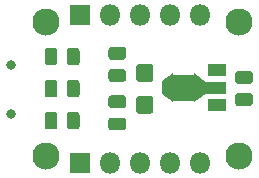
<source format=gbr>
G04 #@! TF.GenerationSoftware,KiCad,Pcbnew,(5.0.0)*
G04 #@! TF.CreationDate,2018-09-11T18:50:04-05:00*
G04 #@! TF.ProjectId,mini-attinyuino,6D696E692D617474696E7975696E6F2E,1.0*
G04 #@! TF.SameCoordinates,Original*
G04 #@! TF.FileFunction,Soldermask,Bot*
G04 #@! TF.FilePolarity,Negative*
%FSLAX46Y46*%
G04 Gerber Fmt 4.6, Leading zero omitted, Abs format (unit mm)*
G04 Created by KiCad (PCBNEW (5.0.0)) date 09/11/18 18:50:04*
%MOMM*%
%LPD*%
G01*
G04 APERTURE LIST*
%ADD10C,2.300000*%
%ADD11O,1.800000X1.800000*%
%ADD12R,1.800000X1.800000*%
%ADD13C,0.800000*%
%ADD14C,0.127000*%
%ADD15C,1.450000*%
%ADD16C,1.075000*%
%ADD17C,0.950000*%
%ADD18R,1.600000X1.100000*%
%ADD19R,1.900000X1.100000*%
%ADD20R,1.940000X2.300000*%
%ADD21C,1.100000*%
G04 APERTURE END LIST*
D10*
G04 #@! TO.C,MH1*
X139941000Y-99194600D03*
G04 #@! TD*
G04 #@! TO.C,MH3*
X139941000Y-87812900D03*
G04 #@! TD*
D11*
G04 #@! TO.C,J1*
X136675000Y-99778800D03*
X134135000Y-99778800D03*
X131595000Y-99778800D03*
X129055000Y-99778800D03*
D12*
X126515000Y-99778800D03*
G04 #@! TD*
G04 #@! TO.C,J2*
X126515000Y-87233800D03*
D11*
X129055000Y-87233800D03*
X131595000Y-87233800D03*
X134135000Y-87233800D03*
X136675000Y-87233800D03*
G04 #@! TD*
D10*
G04 #@! TO.C,MH4*
X123647000Y-99194600D03*
G04 #@! TD*
D13*
G04 #@! TO.C,J3*
X120669000Y-91452900D03*
X120669000Y-95602900D03*
G04 #@! TD*
D10*
G04 #@! TO.C,MH2*
X123647000Y-87812900D03*
G04 #@! TD*
D14*
G04 #@! TO.C,C1*
G36*
X132487801Y-91391993D02*
X132513867Y-91395859D01*
X132539429Y-91402262D01*
X132564239Y-91411140D01*
X132588061Y-91422406D01*
X132610663Y-91435953D01*
X132631828Y-91451651D01*
X132651353Y-91469347D01*
X132669049Y-91488872D01*
X132684747Y-91510037D01*
X132698294Y-91532639D01*
X132709560Y-91556461D01*
X132718438Y-91581271D01*
X132724841Y-91606833D01*
X132728707Y-91632899D01*
X132730000Y-91659218D01*
X132730000Y-92622182D01*
X132728707Y-92648501D01*
X132724841Y-92674567D01*
X132718438Y-92700129D01*
X132709560Y-92724939D01*
X132698294Y-92748761D01*
X132684747Y-92771363D01*
X132669049Y-92792528D01*
X132651353Y-92812053D01*
X132631828Y-92829749D01*
X132610663Y-92845447D01*
X132588061Y-92858994D01*
X132564239Y-92870260D01*
X132539429Y-92879138D01*
X132513867Y-92885541D01*
X132487801Y-92889407D01*
X132461482Y-92890700D01*
X131548518Y-92890700D01*
X131522199Y-92889407D01*
X131496133Y-92885541D01*
X131470571Y-92879138D01*
X131445761Y-92870260D01*
X131421939Y-92858994D01*
X131399337Y-92845447D01*
X131378172Y-92829749D01*
X131358647Y-92812053D01*
X131340951Y-92792528D01*
X131325253Y-92771363D01*
X131311706Y-92748761D01*
X131300440Y-92724939D01*
X131291562Y-92700129D01*
X131285159Y-92674567D01*
X131281293Y-92648501D01*
X131280000Y-92622182D01*
X131280000Y-91659218D01*
X131281293Y-91632899D01*
X131285159Y-91606833D01*
X131291562Y-91581271D01*
X131300440Y-91556461D01*
X131311706Y-91532639D01*
X131325253Y-91510037D01*
X131340951Y-91488872D01*
X131358647Y-91469347D01*
X131378172Y-91451651D01*
X131399337Y-91435953D01*
X131421939Y-91422406D01*
X131445761Y-91411140D01*
X131470571Y-91402262D01*
X131496133Y-91395859D01*
X131522199Y-91391993D01*
X131548518Y-91390700D01*
X132461482Y-91390700D01*
X132487801Y-91391993D01*
X132487801Y-91391993D01*
G37*
D15*
X132005000Y-92140700D03*
D14*
G36*
X132487801Y-94091993D02*
X132513867Y-94095859D01*
X132539429Y-94102262D01*
X132564239Y-94111140D01*
X132588061Y-94122406D01*
X132610663Y-94135953D01*
X132631828Y-94151651D01*
X132651353Y-94169347D01*
X132669049Y-94188872D01*
X132684747Y-94210037D01*
X132698294Y-94232639D01*
X132709560Y-94256461D01*
X132718438Y-94281271D01*
X132724841Y-94306833D01*
X132728707Y-94332899D01*
X132730000Y-94359218D01*
X132730000Y-95322182D01*
X132728707Y-95348501D01*
X132724841Y-95374567D01*
X132718438Y-95400129D01*
X132709560Y-95424939D01*
X132698294Y-95448761D01*
X132684747Y-95471363D01*
X132669049Y-95492528D01*
X132651353Y-95512053D01*
X132631828Y-95529749D01*
X132610663Y-95545447D01*
X132588061Y-95558994D01*
X132564239Y-95570260D01*
X132539429Y-95579138D01*
X132513867Y-95585541D01*
X132487801Y-95589407D01*
X132461482Y-95590700D01*
X131548518Y-95590700D01*
X131522199Y-95589407D01*
X131496133Y-95585541D01*
X131470571Y-95579138D01*
X131445761Y-95570260D01*
X131421939Y-95558994D01*
X131399337Y-95545447D01*
X131378172Y-95529749D01*
X131358647Y-95512053D01*
X131340951Y-95492528D01*
X131325253Y-95471363D01*
X131311706Y-95448761D01*
X131300440Y-95424939D01*
X131291562Y-95400129D01*
X131285159Y-95374567D01*
X131281293Y-95348501D01*
X131280000Y-95322182D01*
X131280000Y-94359218D01*
X131281293Y-94332899D01*
X131285159Y-94306833D01*
X131291562Y-94281271D01*
X131300440Y-94256461D01*
X131311706Y-94232639D01*
X131325253Y-94210037D01*
X131340951Y-94188872D01*
X131358647Y-94169347D01*
X131378172Y-94151651D01*
X131399337Y-94135953D01*
X131421939Y-94122406D01*
X131445761Y-94111140D01*
X131470571Y-94102262D01*
X131496133Y-94095859D01*
X131522199Y-94091993D01*
X131548518Y-94090700D01*
X132461482Y-94090700D01*
X132487801Y-94091993D01*
X132487801Y-94091993D01*
G37*
D15*
X132005000Y-94840700D03*
G04 #@! TD*
D14*
G04 #@! TO.C,C2*
G36*
X140900592Y-91985394D02*
X140926681Y-91989264D01*
X140952264Y-91995672D01*
X140977096Y-92004557D01*
X141000938Y-92015834D01*
X141023560Y-92029393D01*
X141044743Y-92045103D01*
X141064285Y-92062815D01*
X141081997Y-92082357D01*
X141097707Y-92103540D01*
X141111266Y-92126162D01*
X141122543Y-92150004D01*
X141131428Y-92174836D01*
X141137836Y-92200419D01*
X141141706Y-92226508D01*
X141143000Y-92252850D01*
X141143000Y-92790350D01*
X141141706Y-92816692D01*
X141137836Y-92842781D01*
X141131428Y-92868364D01*
X141122543Y-92893196D01*
X141111266Y-92917038D01*
X141097707Y-92939660D01*
X141081997Y-92960843D01*
X141064285Y-92980385D01*
X141044743Y-92998097D01*
X141023560Y-93013807D01*
X141000938Y-93027366D01*
X140977096Y-93038643D01*
X140952264Y-93047528D01*
X140926681Y-93053936D01*
X140900592Y-93057806D01*
X140874250Y-93059100D01*
X139911750Y-93059100D01*
X139885408Y-93057806D01*
X139859319Y-93053936D01*
X139833736Y-93047528D01*
X139808904Y-93038643D01*
X139785062Y-93027366D01*
X139762440Y-93013807D01*
X139741257Y-92998097D01*
X139721715Y-92980385D01*
X139704003Y-92960843D01*
X139688293Y-92939660D01*
X139674734Y-92917038D01*
X139663457Y-92893196D01*
X139654572Y-92868364D01*
X139648164Y-92842781D01*
X139644294Y-92816692D01*
X139643000Y-92790350D01*
X139643000Y-92252850D01*
X139644294Y-92226508D01*
X139648164Y-92200419D01*
X139654572Y-92174836D01*
X139663457Y-92150004D01*
X139674734Y-92126162D01*
X139688293Y-92103540D01*
X139704003Y-92082357D01*
X139721715Y-92062815D01*
X139741257Y-92045103D01*
X139762440Y-92029393D01*
X139785062Y-92015834D01*
X139808904Y-92004557D01*
X139833736Y-91995672D01*
X139859319Y-91989264D01*
X139885408Y-91985394D01*
X139911750Y-91984100D01*
X140874250Y-91984100D01*
X140900592Y-91985394D01*
X140900592Y-91985394D01*
G37*
D16*
X140393000Y-92521600D03*
D14*
G36*
X140900592Y-93860394D02*
X140926681Y-93864264D01*
X140952264Y-93870672D01*
X140977096Y-93879557D01*
X141000938Y-93890834D01*
X141023560Y-93904393D01*
X141044743Y-93920103D01*
X141064285Y-93937815D01*
X141081997Y-93957357D01*
X141097707Y-93978540D01*
X141111266Y-94001162D01*
X141122543Y-94025004D01*
X141131428Y-94049836D01*
X141137836Y-94075419D01*
X141141706Y-94101508D01*
X141143000Y-94127850D01*
X141143000Y-94665350D01*
X141141706Y-94691692D01*
X141137836Y-94717781D01*
X141131428Y-94743364D01*
X141122543Y-94768196D01*
X141111266Y-94792038D01*
X141097707Y-94814660D01*
X141081997Y-94835843D01*
X141064285Y-94855385D01*
X141044743Y-94873097D01*
X141023560Y-94888807D01*
X141000938Y-94902366D01*
X140977096Y-94913643D01*
X140952264Y-94922528D01*
X140926681Y-94928936D01*
X140900592Y-94932806D01*
X140874250Y-94934100D01*
X139911750Y-94934100D01*
X139885408Y-94932806D01*
X139859319Y-94928936D01*
X139833736Y-94922528D01*
X139808904Y-94913643D01*
X139785062Y-94902366D01*
X139762440Y-94888807D01*
X139741257Y-94873097D01*
X139721715Y-94855385D01*
X139704003Y-94835843D01*
X139688293Y-94814660D01*
X139674734Y-94792038D01*
X139663457Y-94768196D01*
X139654572Y-94743364D01*
X139648164Y-94717781D01*
X139644294Y-94691692D01*
X139643000Y-94665350D01*
X139643000Y-94127850D01*
X139644294Y-94101508D01*
X139648164Y-94075419D01*
X139654572Y-94049836D01*
X139663457Y-94025004D01*
X139674734Y-94001162D01*
X139688293Y-93978540D01*
X139704003Y-93957357D01*
X139721715Y-93937815D01*
X139741257Y-93920103D01*
X139762440Y-93904393D01*
X139785062Y-93890834D01*
X139808904Y-93879557D01*
X139833736Y-93870672D01*
X139859319Y-93864264D01*
X139885408Y-93860394D01*
X139911750Y-93859100D01*
X140874250Y-93859100D01*
X140900592Y-93860394D01*
X140900592Y-93860394D01*
G37*
D16*
X140393000Y-94396600D03*
G04 #@! TD*
D14*
G04 #@! TO.C,R1*
G36*
X126233592Y-95430794D02*
X126259681Y-95434664D01*
X126285264Y-95441072D01*
X126310096Y-95449957D01*
X126333938Y-95461234D01*
X126356560Y-95474793D01*
X126377743Y-95490503D01*
X126397285Y-95508215D01*
X126414997Y-95527757D01*
X126430707Y-95548940D01*
X126444266Y-95571562D01*
X126455543Y-95595404D01*
X126464428Y-95620236D01*
X126470836Y-95645819D01*
X126474706Y-95671908D01*
X126476000Y-95698250D01*
X126476000Y-96660750D01*
X126474706Y-96687092D01*
X126470836Y-96713181D01*
X126464428Y-96738764D01*
X126455543Y-96763596D01*
X126444266Y-96787438D01*
X126430707Y-96810060D01*
X126414997Y-96831243D01*
X126397285Y-96850785D01*
X126377743Y-96868497D01*
X126356560Y-96884207D01*
X126333938Y-96897766D01*
X126310096Y-96909043D01*
X126285264Y-96917928D01*
X126259681Y-96924336D01*
X126233592Y-96928206D01*
X126207250Y-96929500D01*
X125669750Y-96929500D01*
X125643408Y-96928206D01*
X125617319Y-96924336D01*
X125591736Y-96917928D01*
X125566904Y-96909043D01*
X125543062Y-96897766D01*
X125520440Y-96884207D01*
X125499257Y-96868497D01*
X125479715Y-96850785D01*
X125462003Y-96831243D01*
X125446293Y-96810060D01*
X125432734Y-96787438D01*
X125421457Y-96763596D01*
X125412572Y-96738764D01*
X125406164Y-96713181D01*
X125402294Y-96687092D01*
X125401000Y-96660750D01*
X125401000Y-95698250D01*
X125402294Y-95671908D01*
X125406164Y-95645819D01*
X125412572Y-95620236D01*
X125421457Y-95595404D01*
X125432734Y-95571562D01*
X125446293Y-95548940D01*
X125462003Y-95527757D01*
X125479715Y-95508215D01*
X125499257Y-95490503D01*
X125520440Y-95474793D01*
X125543062Y-95461234D01*
X125566904Y-95449957D01*
X125591736Y-95441072D01*
X125617319Y-95434664D01*
X125643408Y-95430794D01*
X125669750Y-95429500D01*
X126207250Y-95429500D01*
X126233592Y-95430794D01*
X126233592Y-95430794D01*
G37*
D16*
X125938500Y-96179500D03*
D14*
G36*
X124358592Y-95430794D02*
X124384681Y-95434664D01*
X124410264Y-95441072D01*
X124435096Y-95449957D01*
X124458938Y-95461234D01*
X124481560Y-95474793D01*
X124502743Y-95490503D01*
X124522285Y-95508215D01*
X124539997Y-95527757D01*
X124555707Y-95548940D01*
X124569266Y-95571562D01*
X124580543Y-95595404D01*
X124589428Y-95620236D01*
X124595836Y-95645819D01*
X124599706Y-95671908D01*
X124601000Y-95698250D01*
X124601000Y-96660750D01*
X124599706Y-96687092D01*
X124595836Y-96713181D01*
X124589428Y-96738764D01*
X124580543Y-96763596D01*
X124569266Y-96787438D01*
X124555707Y-96810060D01*
X124539997Y-96831243D01*
X124522285Y-96850785D01*
X124502743Y-96868497D01*
X124481560Y-96884207D01*
X124458938Y-96897766D01*
X124435096Y-96909043D01*
X124410264Y-96917928D01*
X124384681Y-96924336D01*
X124358592Y-96928206D01*
X124332250Y-96929500D01*
X123794750Y-96929500D01*
X123768408Y-96928206D01*
X123742319Y-96924336D01*
X123716736Y-96917928D01*
X123691904Y-96909043D01*
X123668062Y-96897766D01*
X123645440Y-96884207D01*
X123624257Y-96868497D01*
X123604715Y-96850785D01*
X123587003Y-96831243D01*
X123571293Y-96810060D01*
X123557734Y-96787438D01*
X123546457Y-96763596D01*
X123537572Y-96738764D01*
X123531164Y-96713181D01*
X123527294Y-96687092D01*
X123526000Y-96660750D01*
X123526000Y-95698250D01*
X123527294Y-95671908D01*
X123531164Y-95645819D01*
X123537572Y-95620236D01*
X123546457Y-95595404D01*
X123557734Y-95571562D01*
X123571293Y-95548940D01*
X123587003Y-95527757D01*
X123604715Y-95508215D01*
X123624257Y-95490503D01*
X123645440Y-95474793D01*
X123668062Y-95461234D01*
X123691904Y-95449957D01*
X123716736Y-95441072D01*
X123742319Y-95434664D01*
X123768408Y-95430794D01*
X123794750Y-95429500D01*
X124332250Y-95429500D01*
X124358592Y-95430794D01*
X124358592Y-95430794D01*
G37*
D16*
X124063500Y-96179500D03*
G04 #@! TD*
D14*
G04 #@! TO.C,R2*
G36*
X124358592Y-90008294D02*
X124384681Y-90012164D01*
X124410264Y-90018572D01*
X124435096Y-90027457D01*
X124458938Y-90038734D01*
X124481560Y-90052293D01*
X124502743Y-90068003D01*
X124522285Y-90085715D01*
X124539997Y-90105257D01*
X124555707Y-90126440D01*
X124569266Y-90149062D01*
X124580543Y-90172904D01*
X124589428Y-90197736D01*
X124595836Y-90223319D01*
X124599706Y-90249408D01*
X124601000Y-90275750D01*
X124601000Y-91238250D01*
X124599706Y-91264592D01*
X124595836Y-91290681D01*
X124589428Y-91316264D01*
X124580543Y-91341096D01*
X124569266Y-91364938D01*
X124555707Y-91387560D01*
X124539997Y-91408743D01*
X124522285Y-91428285D01*
X124502743Y-91445997D01*
X124481560Y-91461707D01*
X124458938Y-91475266D01*
X124435096Y-91486543D01*
X124410264Y-91495428D01*
X124384681Y-91501836D01*
X124358592Y-91505706D01*
X124332250Y-91507000D01*
X123794750Y-91507000D01*
X123768408Y-91505706D01*
X123742319Y-91501836D01*
X123716736Y-91495428D01*
X123691904Y-91486543D01*
X123668062Y-91475266D01*
X123645440Y-91461707D01*
X123624257Y-91445997D01*
X123604715Y-91428285D01*
X123587003Y-91408743D01*
X123571293Y-91387560D01*
X123557734Y-91364938D01*
X123546457Y-91341096D01*
X123537572Y-91316264D01*
X123531164Y-91290681D01*
X123527294Y-91264592D01*
X123526000Y-91238250D01*
X123526000Y-90275750D01*
X123527294Y-90249408D01*
X123531164Y-90223319D01*
X123537572Y-90197736D01*
X123546457Y-90172904D01*
X123557734Y-90149062D01*
X123571293Y-90126440D01*
X123587003Y-90105257D01*
X123604715Y-90085715D01*
X123624257Y-90068003D01*
X123645440Y-90052293D01*
X123668062Y-90038734D01*
X123691904Y-90027457D01*
X123716736Y-90018572D01*
X123742319Y-90012164D01*
X123768408Y-90008294D01*
X123794750Y-90007000D01*
X124332250Y-90007000D01*
X124358592Y-90008294D01*
X124358592Y-90008294D01*
G37*
D16*
X124063500Y-90757000D03*
D14*
G36*
X126233592Y-90008294D02*
X126259681Y-90012164D01*
X126285264Y-90018572D01*
X126310096Y-90027457D01*
X126333938Y-90038734D01*
X126356560Y-90052293D01*
X126377743Y-90068003D01*
X126397285Y-90085715D01*
X126414997Y-90105257D01*
X126430707Y-90126440D01*
X126444266Y-90149062D01*
X126455543Y-90172904D01*
X126464428Y-90197736D01*
X126470836Y-90223319D01*
X126474706Y-90249408D01*
X126476000Y-90275750D01*
X126476000Y-91238250D01*
X126474706Y-91264592D01*
X126470836Y-91290681D01*
X126464428Y-91316264D01*
X126455543Y-91341096D01*
X126444266Y-91364938D01*
X126430707Y-91387560D01*
X126414997Y-91408743D01*
X126397285Y-91428285D01*
X126377743Y-91445997D01*
X126356560Y-91461707D01*
X126333938Y-91475266D01*
X126310096Y-91486543D01*
X126285264Y-91495428D01*
X126259681Y-91501836D01*
X126233592Y-91505706D01*
X126207250Y-91507000D01*
X125669750Y-91507000D01*
X125643408Y-91505706D01*
X125617319Y-91501836D01*
X125591736Y-91495428D01*
X125566904Y-91486543D01*
X125543062Y-91475266D01*
X125520440Y-91461707D01*
X125499257Y-91445997D01*
X125479715Y-91428285D01*
X125462003Y-91408743D01*
X125446293Y-91387560D01*
X125432734Y-91364938D01*
X125421457Y-91341096D01*
X125412572Y-91316264D01*
X125406164Y-91290681D01*
X125402294Y-91264592D01*
X125401000Y-91238250D01*
X125401000Y-90275750D01*
X125402294Y-90249408D01*
X125406164Y-90223319D01*
X125412572Y-90197736D01*
X125421457Y-90172904D01*
X125432734Y-90149062D01*
X125446293Y-90126440D01*
X125462003Y-90105257D01*
X125479715Y-90085715D01*
X125499257Y-90068003D01*
X125520440Y-90052293D01*
X125543062Y-90038734D01*
X125566904Y-90027457D01*
X125591736Y-90018572D01*
X125617319Y-90012164D01*
X125643408Y-90008294D01*
X125669750Y-90007000D01*
X126207250Y-90007000D01*
X126233592Y-90008294D01*
X126233592Y-90008294D01*
G37*
D16*
X125938500Y-90757000D03*
G04 #@! TD*
D14*
G04 #@! TO.C,R3*
G36*
X124358592Y-92719494D02*
X124384681Y-92723364D01*
X124410264Y-92729772D01*
X124435096Y-92738657D01*
X124458938Y-92749934D01*
X124481560Y-92763493D01*
X124502743Y-92779203D01*
X124522285Y-92796915D01*
X124539997Y-92816457D01*
X124555707Y-92837640D01*
X124569266Y-92860262D01*
X124580543Y-92884104D01*
X124589428Y-92908936D01*
X124595836Y-92934519D01*
X124599706Y-92960608D01*
X124601000Y-92986950D01*
X124601000Y-93949450D01*
X124599706Y-93975792D01*
X124595836Y-94001881D01*
X124589428Y-94027464D01*
X124580543Y-94052296D01*
X124569266Y-94076138D01*
X124555707Y-94098760D01*
X124539997Y-94119943D01*
X124522285Y-94139485D01*
X124502743Y-94157197D01*
X124481560Y-94172907D01*
X124458938Y-94186466D01*
X124435096Y-94197743D01*
X124410264Y-94206628D01*
X124384681Y-94213036D01*
X124358592Y-94216906D01*
X124332250Y-94218200D01*
X123794750Y-94218200D01*
X123768408Y-94216906D01*
X123742319Y-94213036D01*
X123716736Y-94206628D01*
X123691904Y-94197743D01*
X123668062Y-94186466D01*
X123645440Y-94172907D01*
X123624257Y-94157197D01*
X123604715Y-94139485D01*
X123587003Y-94119943D01*
X123571293Y-94098760D01*
X123557734Y-94076138D01*
X123546457Y-94052296D01*
X123537572Y-94027464D01*
X123531164Y-94001881D01*
X123527294Y-93975792D01*
X123526000Y-93949450D01*
X123526000Y-92986950D01*
X123527294Y-92960608D01*
X123531164Y-92934519D01*
X123537572Y-92908936D01*
X123546457Y-92884104D01*
X123557734Y-92860262D01*
X123571293Y-92837640D01*
X123587003Y-92816457D01*
X123604715Y-92796915D01*
X123624257Y-92779203D01*
X123645440Y-92763493D01*
X123668062Y-92749934D01*
X123691904Y-92738657D01*
X123716736Y-92729772D01*
X123742319Y-92723364D01*
X123768408Y-92719494D01*
X123794750Y-92718200D01*
X124332250Y-92718200D01*
X124358592Y-92719494D01*
X124358592Y-92719494D01*
G37*
D16*
X124063500Y-93468200D03*
D14*
G36*
X126233592Y-92719494D02*
X126259681Y-92723364D01*
X126285264Y-92729772D01*
X126310096Y-92738657D01*
X126333938Y-92749934D01*
X126356560Y-92763493D01*
X126377743Y-92779203D01*
X126397285Y-92796915D01*
X126414997Y-92816457D01*
X126430707Y-92837640D01*
X126444266Y-92860262D01*
X126455543Y-92884104D01*
X126464428Y-92908936D01*
X126470836Y-92934519D01*
X126474706Y-92960608D01*
X126476000Y-92986950D01*
X126476000Y-93949450D01*
X126474706Y-93975792D01*
X126470836Y-94001881D01*
X126464428Y-94027464D01*
X126455543Y-94052296D01*
X126444266Y-94076138D01*
X126430707Y-94098760D01*
X126414997Y-94119943D01*
X126397285Y-94139485D01*
X126377743Y-94157197D01*
X126356560Y-94172907D01*
X126333938Y-94186466D01*
X126310096Y-94197743D01*
X126285264Y-94206628D01*
X126259681Y-94213036D01*
X126233592Y-94216906D01*
X126207250Y-94218200D01*
X125669750Y-94218200D01*
X125643408Y-94216906D01*
X125617319Y-94213036D01*
X125591736Y-94206628D01*
X125566904Y-94197743D01*
X125543062Y-94186466D01*
X125520440Y-94172907D01*
X125499257Y-94157197D01*
X125479715Y-94139485D01*
X125462003Y-94119943D01*
X125446293Y-94098760D01*
X125432734Y-94076138D01*
X125421457Y-94052296D01*
X125412572Y-94027464D01*
X125406164Y-94001881D01*
X125402294Y-93975792D01*
X125401000Y-93949450D01*
X125401000Y-92986950D01*
X125402294Y-92960608D01*
X125406164Y-92934519D01*
X125412572Y-92908936D01*
X125421457Y-92884104D01*
X125432734Y-92860262D01*
X125446293Y-92837640D01*
X125462003Y-92816457D01*
X125479715Y-92796915D01*
X125499257Y-92779203D01*
X125520440Y-92763493D01*
X125543062Y-92749934D01*
X125566904Y-92738657D01*
X125591736Y-92729772D01*
X125617319Y-92723364D01*
X125643408Y-92719494D01*
X125669750Y-92718200D01*
X126207250Y-92718200D01*
X126233592Y-92719494D01*
X126233592Y-92719494D01*
G37*
D16*
X125938500Y-93468200D03*
G04 #@! TD*
D14*
G04 #@! TO.C,R4*
G36*
X130184592Y-89943594D02*
X130210681Y-89947464D01*
X130236264Y-89953872D01*
X130261096Y-89962757D01*
X130284938Y-89974034D01*
X130307560Y-89987593D01*
X130328743Y-90003303D01*
X130348285Y-90021015D01*
X130365997Y-90040557D01*
X130381707Y-90061740D01*
X130395266Y-90084362D01*
X130406543Y-90108204D01*
X130415428Y-90133036D01*
X130421836Y-90158619D01*
X130425706Y-90184708D01*
X130427000Y-90211050D01*
X130427000Y-90748550D01*
X130425706Y-90774892D01*
X130421836Y-90800981D01*
X130415428Y-90826564D01*
X130406543Y-90851396D01*
X130395266Y-90875238D01*
X130381707Y-90897860D01*
X130365997Y-90919043D01*
X130348285Y-90938585D01*
X130328743Y-90956297D01*
X130307560Y-90972007D01*
X130284938Y-90985566D01*
X130261096Y-90996843D01*
X130236264Y-91005728D01*
X130210681Y-91012136D01*
X130184592Y-91016006D01*
X130158250Y-91017300D01*
X129195750Y-91017300D01*
X129169408Y-91016006D01*
X129143319Y-91012136D01*
X129117736Y-91005728D01*
X129092904Y-90996843D01*
X129069062Y-90985566D01*
X129046440Y-90972007D01*
X129025257Y-90956297D01*
X129005715Y-90938585D01*
X128988003Y-90919043D01*
X128972293Y-90897860D01*
X128958734Y-90875238D01*
X128947457Y-90851396D01*
X128938572Y-90826564D01*
X128932164Y-90800981D01*
X128928294Y-90774892D01*
X128927000Y-90748550D01*
X128927000Y-90211050D01*
X128928294Y-90184708D01*
X128932164Y-90158619D01*
X128938572Y-90133036D01*
X128947457Y-90108204D01*
X128958734Y-90084362D01*
X128972293Y-90061740D01*
X128988003Y-90040557D01*
X129005715Y-90021015D01*
X129025257Y-90003303D01*
X129046440Y-89987593D01*
X129069062Y-89974034D01*
X129092904Y-89962757D01*
X129117736Y-89953872D01*
X129143319Y-89947464D01*
X129169408Y-89943594D01*
X129195750Y-89942300D01*
X130158250Y-89942300D01*
X130184592Y-89943594D01*
X130184592Y-89943594D01*
G37*
D16*
X129677000Y-90479800D03*
D14*
G36*
X130184592Y-91818594D02*
X130210681Y-91822464D01*
X130236264Y-91828872D01*
X130261096Y-91837757D01*
X130284938Y-91849034D01*
X130307560Y-91862593D01*
X130328743Y-91878303D01*
X130348285Y-91896015D01*
X130365997Y-91915557D01*
X130381707Y-91936740D01*
X130395266Y-91959362D01*
X130406543Y-91983204D01*
X130415428Y-92008036D01*
X130421836Y-92033619D01*
X130425706Y-92059708D01*
X130427000Y-92086050D01*
X130427000Y-92623550D01*
X130425706Y-92649892D01*
X130421836Y-92675981D01*
X130415428Y-92701564D01*
X130406543Y-92726396D01*
X130395266Y-92750238D01*
X130381707Y-92772860D01*
X130365997Y-92794043D01*
X130348285Y-92813585D01*
X130328743Y-92831297D01*
X130307560Y-92847007D01*
X130284938Y-92860566D01*
X130261096Y-92871843D01*
X130236264Y-92880728D01*
X130210681Y-92887136D01*
X130184592Y-92891006D01*
X130158250Y-92892300D01*
X129195750Y-92892300D01*
X129169408Y-92891006D01*
X129143319Y-92887136D01*
X129117736Y-92880728D01*
X129092904Y-92871843D01*
X129069062Y-92860566D01*
X129046440Y-92847007D01*
X129025257Y-92831297D01*
X129005715Y-92813585D01*
X128988003Y-92794043D01*
X128972293Y-92772860D01*
X128958734Y-92750238D01*
X128947457Y-92726396D01*
X128938572Y-92701564D01*
X128932164Y-92675981D01*
X128928294Y-92649892D01*
X128927000Y-92623550D01*
X128927000Y-92086050D01*
X128928294Y-92059708D01*
X128932164Y-92033619D01*
X128938572Y-92008036D01*
X128947457Y-91983204D01*
X128958734Y-91959362D01*
X128972293Y-91936740D01*
X128988003Y-91915557D01*
X129005715Y-91896015D01*
X129025257Y-91878303D01*
X129046440Y-91862593D01*
X129069062Y-91849034D01*
X129092904Y-91837757D01*
X129117736Y-91828872D01*
X129143319Y-91822464D01*
X129169408Y-91818594D01*
X129195750Y-91817300D01*
X130158250Y-91817300D01*
X130184592Y-91818594D01*
X130184592Y-91818594D01*
G37*
D16*
X129677000Y-92354800D03*
G04 #@! TD*
D14*
G04 #@! TO.C,R5*
G36*
X130184592Y-94045294D02*
X130210681Y-94049164D01*
X130236264Y-94055572D01*
X130261096Y-94064457D01*
X130284938Y-94075734D01*
X130307560Y-94089293D01*
X130328743Y-94105003D01*
X130348285Y-94122715D01*
X130365997Y-94142257D01*
X130381707Y-94163440D01*
X130395266Y-94186062D01*
X130406543Y-94209904D01*
X130415428Y-94234736D01*
X130421836Y-94260319D01*
X130425706Y-94286408D01*
X130427000Y-94312750D01*
X130427000Y-94850250D01*
X130425706Y-94876592D01*
X130421836Y-94902681D01*
X130415428Y-94928264D01*
X130406543Y-94953096D01*
X130395266Y-94976938D01*
X130381707Y-94999560D01*
X130365997Y-95020743D01*
X130348285Y-95040285D01*
X130328743Y-95057997D01*
X130307560Y-95073707D01*
X130284938Y-95087266D01*
X130261096Y-95098543D01*
X130236264Y-95107428D01*
X130210681Y-95113836D01*
X130184592Y-95117706D01*
X130158250Y-95119000D01*
X129195750Y-95119000D01*
X129169408Y-95117706D01*
X129143319Y-95113836D01*
X129117736Y-95107428D01*
X129092904Y-95098543D01*
X129069062Y-95087266D01*
X129046440Y-95073707D01*
X129025257Y-95057997D01*
X129005715Y-95040285D01*
X128988003Y-95020743D01*
X128972293Y-94999560D01*
X128958734Y-94976938D01*
X128947457Y-94953096D01*
X128938572Y-94928264D01*
X128932164Y-94902681D01*
X128928294Y-94876592D01*
X128927000Y-94850250D01*
X128927000Y-94312750D01*
X128928294Y-94286408D01*
X128932164Y-94260319D01*
X128938572Y-94234736D01*
X128947457Y-94209904D01*
X128958734Y-94186062D01*
X128972293Y-94163440D01*
X128988003Y-94142257D01*
X129005715Y-94122715D01*
X129025257Y-94105003D01*
X129046440Y-94089293D01*
X129069062Y-94075734D01*
X129092904Y-94064457D01*
X129117736Y-94055572D01*
X129143319Y-94049164D01*
X129169408Y-94045294D01*
X129195750Y-94044000D01*
X130158250Y-94044000D01*
X130184592Y-94045294D01*
X130184592Y-94045294D01*
G37*
D16*
X129677000Y-94581500D03*
D14*
G36*
X130184592Y-95920294D02*
X130210681Y-95924164D01*
X130236264Y-95930572D01*
X130261096Y-95939457D01*
X130284938Y-95950734D01*
X130307560Y-95964293D01*
X130328743Y-95980003D01*
X130348285Y-95997715D01*
X130365997Y-96017257D01*
X130381707Y-96038440D01*
X130395266Y-96061062D01*
X130406543Y-96084904D01*
X130415428Y-96109736D01*
X130421836Y-96135319D01*
X130425706Y-96161408D01*
X130427000Y-96187750D01*
X130427000Y-96725250D01*
X130425706Y-96751592D01*
X130421836Y-96777681D01*
X130415428Y-96803264D01*
X130406543Y-96828096D01*
X130395266Y-96851938D01*
X130381707Y-96874560D01*
X130365997Y-96895743D01*
X130348285Y-96915285D01*
X130328743Y-96932997D01*
X130307560Y-96948707D01*
X130284938Y-96962266D01*
X130261096Y-96973543D01*
X130236264Y-96982428D01*
X130210681Y-96988836D01*
X130184592Y-96992706D01*
X130158250Y-96994000D01*
X129195750Y-96994000D01*
X129169408Y-96992706D01*
X129143319Y-96988836D01*
X129117736Y-96982428D01*
X129092904Y-96973543D01*
X129069062Y-96962266D01*
X129046440Y-96948707D01*
X129025257Y-96932997D01*
X129005715Y-96915285D01*
X128988003Y-96895743D01*
X128972293Y-96874560D01*
X128958734Y-96851938D01*
X128947457Y-96828096D01*
X128938572Y-96803264D01*
X128932164Y-96777681D01*
X128928294Y-96751592D01*
X128927000Y-96725250D01*
X128927000Y-96187750D01*
X128928294Y-96161408D01*
X128932164Y-96135319D01*
X128938572Y-96109736D01*
X128947457Y-96084904D01*
X128958734Y-96061062D01*
X128972293Y-96038440D01*
X128988003Y-96017257D01*
X129005715Y-95997715D01*
X129025257Y-95980003D01*
X129046440Y-95964293D01*
X129069062Y-95950734D01*
X129092904Y-95939457D01*
X129117736Y-95930572D01*
X129143319Y-95924164D01*
X129169408Y-95920294D01*
X129195750Y-95919000D01*
X130158250Y-95919000D01*
X130184592Y-95920294D01*
X130184592Y-95920294D01*
G37*
D16*
X129677000Y-96456500D03*
G04 #@! TD*
D17*
G04 #@! TO.C,U1*
X133947000Y-93385600D03*
D14*
G36*
X133472000Y-92859692D02*
X134422000Y-92189104D01*
X134422000Y-94582096D01*
X133472000Y-93911508D01*
X133472000Y-92859692D01*
X133472000Y-92859692D01*
G37*
D18*
X138094000Y-91885600D03*
D19*
X137947500Y-93385600D03*
D18*
X138094000Y-94885600D03*
D20*
X135280500Y-93385600D03*
D21*
X136690200Y-93385600D03*
D14*
G36*
X137240200Y-93811633D02*
X136140200Y-94581633D01*
X136140200Y-92189567D01*
X137240200Y-92959567D01*
X137240200Y-93811633D01*
X137240200Y-93811633D01*
G37*
G04 #@! TD*
M02*

</source>
